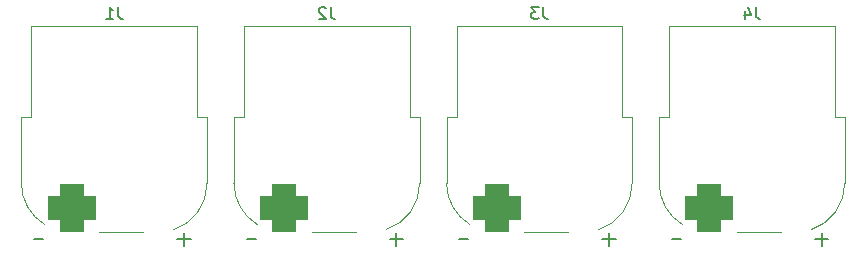
<source format=gbr>
%TF.GenerationSoftware,KiCad,Pcbnew,9.0.3*%
%TF.CreationDate,2025-08-09T18:03:13+09:00*%
%TF.ProjectId,power_circuit_2,706f7765-725f-4636-9972-637569745f32,rev?*%
%TF.SameCoordinates,Original*%
%TF.FileFunction,Legend,Bot*%
%TF.FilePolarity,Positive*%
%FSLAX46Y46*%
G04 Gerber Fmt 4.6, Leading zero omitted, Abs format (unit mm)*
G04 Created by KiCad (PCBNEW 9.0.3) date 2025-08-09 18:03:13*
%MOMM*%
%LPD*%
G01*
G04 APERTURE LIST*
G04 Aperture macros list*
%AMRoundRect*
0 Rectangle with rounded corners*
0 $1 Rounding radius*
0 $2 $3 $4 $5 $6 $7 $8 $9 X,Y pos of 4 corners*
0 Add a 4 corners polygon primitive as box body*
4,1,4,$2,$3,$4,$5,$6,$7,$8,$9,$2,$3,0*
0 Add four circle primitives for the rounded corners*
1,1,$1+$1,$2,$3*
1,1,$1+$1,$4,$5*
1,1,$1+$1,$6,$7*
1,1,$1+$1,$8,$9*
0 Add four rect primitives between the rounded corners*
20,1,$1+$1,$2,$3,$4,$5,0*
20,1,$1+$1,$4,$5,$6,$7,0*
20,1,$1+$1,$6,$7,$8,$9,0*
20,1,$1+$1,$8,$9,$2,$3,0*%
G04 Aperture macros list end*
%ADD10C,0.150000*%
%ADD11C,0.120000*%
%ADD12C,5.600000*%
%ADD13RoundRect,0.250001X-1.099999X-1.099999X1.099999X-1.099999X1.099999X1.099999X-1.099999X1.099999X0*%
%ADD14C,2.700000*%
%ADD15R,0.900000X2.000000*%
%ADD16RoundRect,1.025000X1.025000X1.025000X-1.025000X1.025000X-1.025000X-1.025000X1.025000X-1.025000X0*%
%ADD17C,4.100000*%
G04 APERTURE END LIST*
D10*
X157333333Y-108604819D02*
X157333333Y-109319104D01*
X157333333Y-109319104D02*
X157380952Y-109461961D01*
X157380952Y-109461961D02*
X157476190Y-109557200D01*
X157476190Y-109557200D02*
X157619047Y-109604819D01*
X157619047Y-109604819D02*
X157714285Y-109604819D01*
X156428571Y-108938152D02*
X156428571Y-109604819D01*
X156666666Y-108557200D02*
X156904761Y-109271485D01*
X156904761Y-109271485D02*
X156285714Y-109271485D01*
X163471428Y-128264700D02*
X162328571Y-128264700D01*
X162899999Y-128836128D02*
X162899999Y-127693271D01*
X150980951Y-128223866D02*
X150219047Y-128223866D01*
X139333333Y-108604819D02*
X139333333Y-109319104D01*
X139333333Y-109319104D02*
X139380952Y-109461961D01*
X139380952Y-109461961D02*
X139476190Y-109557200D01*
X139476190Y-109557200D02*
X139619047Y-109604819D01*
X139619047Y-109604819D02*
X139714285Y-109604819D01*
X138952380Y-108604819D02*
X138333333Y-108604819D01*
X138333333Y-108604819D02*
X138666666Y-108985771D01*
X138666666Y-108985771D02*
X138523809Y-108985771D01*
X138523809Y-108985771D02*
X138428571Y-109033390D01*
X138428571Y-109033390D02*
X138380952Y-109081009D01*
X138380952Y-109081009D02*
X138333333Y-109176247D01*
X138333333Y-109176247D02*
X138333333Y-109414342D01*
X138333333Y-109414342D02*
X138380952Y-109509580D01*
X138380952Y-109509580D02*
X138428571Y-109557200D01*
X138428571Y-109557200D02*
X138523809Y-109604819D01*
X138523809Y-109604819D02*
X138809523Y-109604819D01*
X138809523Y-109604819D02*
X138904761Y-109557200D01*
X138904761Y-109557200D02*
X138952380Y-109509580D01*
X132980951Y-128223866D02*
X132219047Y-128223866D01*
X145471428Y-128264700D02*
X144328571Y-128264700D01*
X144899999Y-128836128D02*
X144899999Y-127693271D01*
X103333333Y-108604819D02*
X103333333Y-109319104D01*
X103333333Y-109319104D02*
X103380952Y-109461961D01*
X103380952Y-109461961D02*
X103476190Y-109557200D01*
X103476190Y-109557200D02*
X103619047Y-109604819D01*
X103619047Y-109604819D02*
X103714285Y-109604819D01*
X102333333Y-109604819D02*
X102904761Y-109604819D01*
X102619047Y-109604819D02*
X102619047Y-108604819D01*
X102619047Y-108604819D02*
X102714285Y-108747676D01*
X102714285Y-108747676D02*
X102809523Y-108842914D01*
X102809523Y-108842914D02*
X102904761Y-108890533D01*
X96980951Y-128223866D02*
X96219047Y-128223866D01*
X109471428Y-128264700D02*
X108328571Y-128264700D01*
X108899999Y-128836128D02*
X108899999Y-127693271D01*
X121333333Y-108604819D02*
X121333333Y-109319104D01*
X121333333Y-109319104D02*
X121380952Y-109461961D01*
X121380952Y-109461961D02*
X121476190Y-109557200D01*
X121476190Y-109557200D02*
X121619047Y-109604819D01*
X121619047Y-109604819D02*
X121714285Y-109604819D01*
X120904761Y-108700057D02*
X120857142Y-108652438D01*
X120857142Y-108652438D02*
X120761904Y-108604819D01*
X120761904Y-108604819D02*
X120523809Y-108604819D01*
X120523809Y-108604819D02*
X120428571Y-108652438D01*
X120428571Y-108652438D02*
X120380952Y-108700057D01*
X120380952Y-108700057D02*
X120333333Y-108795295D01*
X120333333Y-108795295D02*
X120333333Y-108890533D01*
X120333333Y-108890533D02*
X120380952Y-109033390D01*
X120380952Y-109033390D02*
X120952380Y-109604819D01*
X120952380Y-109604819D02*
X120333333Y-109604819D01*
X114980951Y-128223866D02*
X114219047Y-128223866D01*
X127471428Y-128264700D02*
X126328571Y-128264700D01*
X126899999Y-128836128D02*
X126899999Y-127693271D01*
D11*
%TO.C,J4*%
X149140000Y-117890000D02*
X149140000Y-123500000D01*
X149990000Y-110190000D02*
X149990000Y-117890000D01*
X149990000Y-117890000D02*
X149140000Y-117890000D01*
X159450000Y-127610000D02*
X155710000Y-127610000D01*
X164010000Y-110190000D02*
X149990000Y-110190000D01*
X164010000Y-110190000D02*
X164010000Y-117890000D01*
X164860000Y-117890000D02*
X164010000Y-117890000D01*
X164860000Y-117890000D02*
X164860000Y-123500000D01*
X151133194Y-127022958D02*
G75*
G02*
X149140000Y-123500000I2116806J3522958D01*
G01*
X164860000Y-123500000D02*
G75*
G02*
X161989900Y-127458718I-4109998J-40002D01*
G01*
%TO.C,J3*%
X131140000Y-117890000D02*
X131140000Y-123500000D01*
X131990000Y-110190000D02*
X131990000Y-117890000D01*
X131990000Y-117890000D02*
X131140000Y-117890000D01*
X141450000Y-127610000D02*
X137710000Y-127610000D01*
X146010000Y-110190000D02*
X131990000Y-110190000D01*
X146010000Y-110190000D02*
X146010000Y-117890000D01*
X146860000Y-117890000D02*
X146010000Y-117890000D01*
X146860000Y-117890000D02*
X146860000Y-123500000D01*
X133133194Y-127022958D02*
G75*
G02*
X131140000Y-123500000I2116806J3522958D01*
G01*
X146860000Y-123500000D02*
G75*
G02*
X143989900Y-127458718I-4109998J-40002D01*
G01*
%TO.C,J1*%
X95140000Y-117890000D02*
X95140000Y-123500000D01*
X95990000Y-110190000D02*
X95990000Y-117890000D01*
X95990000Y-117890000D02*
X95140000Y-117890000D01*
X105450000Y-127610000D02*
X101710000Y-127610000D01*
X110010000Y-110190000D02*
X95990000Y-110190000D01*
X110010000Y-110190000D02*
X110010000Y-117890000D01*
X110860000Y-117890000D02*
X110010000Y-117890000D01*
X110860000Y-117890000D02*
X110860000Y-123500000D01*
X97133194Y-127022958D02*
G75*
G02*
X95140000Y-123500000I2116806J3522958D01*
G01*
X110860000Y-123500000D02*
G75*
G02*
X107989900Y-127458718I-4109998J-40002D01*
G01*
%TO.C,J2*%
X113140000Y-117890000D02*
X113140000Y-123500000D01*
X113990000Y-110190000D02*
X113990000Y-117890000D01*
X113990000Y-117890000D02*
X113140000Y-117890000D01*
X123450000Y-127610000D02*
X119710000Y-127610000D01*
X128010000Y-110190000D02*
X113990000Y-110190000D01*
X128010000Y-110190000D02*
X128010000Y-117890000D01*
X128860000Y-117890000D02*
X128010000Y-117890000D01*
X128860000Y-117890000D02*
X128860000Y-123500000D01*
X115133194Y-127022958D02*
G75*
G02*
X113140000Y-123500000I2116806J3522958D01*
G01*
X128860000Y-123500000D02*
G75*
G02*
X125989900Y-127458718I-4109998J-40002D01*
G01*
%TD*%
%LPC*%
D12*
%TO.C,+1*%
X114250000Y-136250000D03*
%TD*%
%TO.C,-1*%
X142250000Y-136250000D03*
%TD*%
D13*
%TO.C,J5*%
X121020000Y-138475000D03*
D14*
X124980000Y-138475000D03*
%TD*%
D15*
%TO.C,J4*%
X163750000Y-119650000D03*
X150250000Y-119650000D03*
D16*
X153400000Y-125650000D03*
D17*
X160600000Y-125650000D03*
%TD*%
D15*
%TO.C,J3*%
X145750000Y-119650000D03*
X132250000Y-119650000D03*
D16*
X135400000Y-125650000D03*
D17*
X142600000Y-125650000D03*
%TD*%
D15*
%TO.C,J1*%
X109750000Y-119650000D03*
X96250000Y-119650000D03*
D16*
X99400000Y-125650000D03*
D17*
X106600000Y-125650000D03*
%TD*%
D15*
%TO.C,J2*%
X127750000Y-119650000D03*
X114250000Y-119650000D03*
D16*
X117400000Y-125650000D03*
D17*
X124600000Y-125650000D03*
%TD*%
%LPD*%
M02*

</source>
